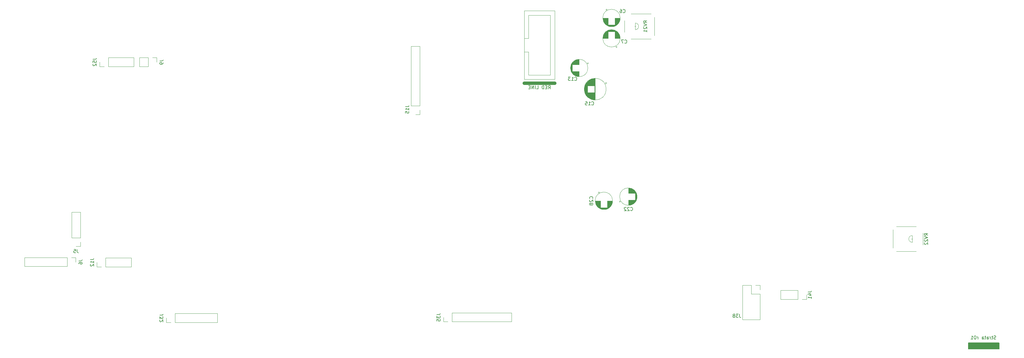
<source format=gbo>
%TF.GenerationSoftware,KiCad,Pcbnew,(6.0.6-0)*%
%TF.CreationDate,2022-10-25T16:41:22+01:00*%
%TF.ProjectId,strata,73747261-7461-42e6-9b69-6361645f7063,r01*%
%TF.SameCoordinates,Original*%
%TF.FileFunction,Legend,Bot*%
%TF.FilePolarity,Positive*%
%FSLAX46Y46*%
G04 Gerber Fmt 4.6, Leading zero omitted, Abs format (unit mm)*
G04 Created by KiCad (PCBNEW (6.0.6-0)) date 2022-10-25 16:41:22*
%MOMM*%
%LPD*%
G01*
G04 APERTURE LIST*
%ADD10C,0.150000*%
%ADD11C,0.120000*%
%ADD12C,1.000000*%
G04 APERTURE END LIST*
D10*
X326314285Y-133904761D02*
X326171428Y-133952380D01*
X325933333Y-133952380D01*
X325838095Y-133904761D01*
X325790476Y-133857142D01*
X325742857Y-133761904D01*
X325742857Y-133666666D01*
X325790476Y-133571428D01*
X325838095Y-133523809D01*
X325933333Y-133476190D01*
X326123809Y-133428571D01*
X326219047Y-133380952D01*
X326266666Y-133333333D01*
X326314285Y-133238095D01*
X326314285Y-133142857D01*
X326266666Y-133047619D01*
X326219047Y-133000000D01*
X326123809Y-132952380D01*
X325885714Y-132952380D01*
X325742857Y-133000000D01*
X325457142Y-133285714D02*
X325076190Y-133285714D01*
X325314285Y-132952380D02*
X325314285Y-133809523D01*
X325266666Y-133904761D01*
X325171428Y-133952380D01*
X325076190Y-133952380D01*
X324742857Y-133952380D02*
X324742857Y-133285714D01*
X324742857Y-133476190D02*
X324695238Y-133380952D01*
X324647619Y-133333333D01*
X324552380Y-133285714D01*
X324457142Y-133285714D01*
X323695238Y-133952380D02*
X323695238Y-133428571D01*
X323742857Y-133333333D01*
X323838095Y-133285714D01*
X324028571Y-133285714D01*
X324123809Y-133333333D01*
X323695238Y-133904761D02*
X323790476Y-133952380D01*
X324028571Y-133952380D01*
X324123809Y-133904761D01*
X324171428Y-133809523D01*
X324171428Y-133714285D01*
X324123809Y-133619047D01*
X324028571Y-133571428D01*
X323790476Y-133571428D01*
X323695238Y-133523809D01*
X323361904Y-133285714D02*
X322980952Y-133285714D01*
X323219047Y-132952380D02*
X323219047Y-133809523D01*
X323171428Y-133904761D01*
X323076190Y-133952380D01*
X322980952Y-133952380D01*
X322219047Y-133952380D02*
X322219047Y-133428571D01*
X322266666Y-133333333D01*
X322361904Y-133285714D01*
X322552380Y-133285714D01*
X322647619Y-133333333D01*
X322219047Y-133904761D02*
X322314285Y-133952380D01*
X322552380Y-133952380D01*
X322647619Y-133904761D01*
X322695238Y-133809523D01*
X322695238Y-133714285D01*
X322647619Y-133619047D01*
X322552380Y-133571428D01*
X322314285Y-133571428D01*
X322219047Y-133523809D01*
X320980952Y-133952380D02*
X320980952Y-133285714D01*
X320980952Y-133476190D02*
X320933333Y-133380952D01*
X320885714Y-133333333D01*
X320790476Y-133285714D01*
X320695238Y-133285714D01*
X320171428Y-132952380D02*
X320076190Y-132952380D01*
X319980952Y-133000000D01*
X319933333Y-133047619D01*
X319885714Y-133142857D01*
X319838095Y-133333333D01*
X319838095Y-133571428D01*
X319885714Y-133761904D01*
X319933333Y-133857142D01*
X319980952Y-133904761D01*
X320076190Y-133952380D01*
X320171428Y-133952380D01*
X320266666Y-133904761D01*
X320314285Y-133857142D01*
X320361904Y-133761904D01*
X320409523Y-133571428D01*
X320409523Y-133333333D01*
X320361904Y-133142857D01*
X320314285Y-133047619D01*
X320266666Y-133000000D01*
X320171428Y-132952380D01*
X318885714Y-133952380D02*
X319457142Y-133952380D01*
X319171428Y-133952380D02*
X319171428Y-132952380D01*
X319266666Y-133095238D01*
X319361904Y-133190476D01*
X319457142Y-133238095D01*
%TO.C,J52*%
X55582380Y-49990476D02*
X56296666Y-49990476D01*
X56439523Y-49942857D01*
X56534761Y-49847619D01*
X56582380Y-49704761D01*
X56582380Y-49609523D01*
X55582380Y-50942857D02*
X55582380Y-50466666D01*
X56058571Y-50419047D01*
X56010952Y-50466666D01*
X55963333Y-50561904D01*
X55963333Y-50800000D01*
X56010952Y-50895238D01*
X56058571Y-50942857D01*
X56153809Y-50990476D01*
X56391904Y-50990476D01*
X56487142Y-50942857D01*
X56534761Y-50895238D01*
X56582380Y-50800000D01*
X56582380Y-50561904D01*
X56534761Y-50466666D01*
X56487142Y-50419047D01*
X55677619Y-51371428D02*
X55630000Y-51419047D01*
X55582380Y-51514285D01*
X55582380Y-51752380D01*
X55630000Y-51847619D01*
X55677619Y-51895238D01*
X55772857Y-51942857D01*
X55868095Y-51942857D01*
X56010952Y-51895238D01*
X56582380Y-51323809D01*
X56582380Y-51942857D01*
%TO.C,J6*%
X51322380Y-110466666D02*
X52036666Y-110466666D01*
X52179523Y-110419047D01*
X52274761Y-110323809D01*
X52322380Y-110180952D01*
X52322380Y-110085714D01*
X51322380Y-111371428D02*
X51322380Y-111180952D01*
X51370000Y-111085714D01*
X51417619Y-111038095D01*
X51560476Y-110942857D01*
X51750952Y-110895238D01*
X52131904Y-110895238D01*
X52227142Y-110942857D01*
X52274761Y-110990476D01*
X52322380Y-111085714D01*
X52322380Y-111276190D01*
X52274761Y-111371428D01*
X52227142Y-111419047D01*
X52131904Y-111466666D01*
X51893809Y-111466666D01*
X51798571Y-111419047D01*
X51750952Y-111371428D01*
X51703333Y-111276190D01*
X51703333Y-111085714D01*
X51750952Y-110990476D01*
X51798571Y-110942857D01*
X51893809Y-110895238D01*
%TO.C,J32*%
X75582380Y-126790476D02*
X76296666Y-126790476D01*
X76439523Y-126742857D01*
X76534761Y-126647619D01*
X76582380Y-126504761D01*
X76582380Y-126409523D01*
X75582380Y-127171428D02*
X75582380Y-127790476D01*
X75963333Y-127457142D01*
X75963333Y-127600000D01*
X76010952Y-127695238D01*
X76058571Y-127742857D01*
X76153809Y-127790476D01*
X76391904Y-127790476D01*
X76487142Y-127742857D01*
X76534761Y-127695238D01*
X76582380Y-127600000D01*
X76582380Y-127314285D01*
X76534761Y-127219047D01*
X76487142Y-127171428D01*
X75677619Y-128171428D02*
X75630000Y-128219047D01*
X75582380Y-128314285D01*
X75582380Y-128552380D01*
X75630000Y-128647619D01*
X75677619Y-128695238D01*
X75772857Y-128742857D01*
X75868095Y-128742857D01*
X76010952Y-128695238D01*
X76582380Y-128123809D01*
X76582380Y-128742857D01*
%TO.C,RV22*%
X305926380Y-102814571D02*
X305450190Y-102481238D01*
X305926380Y-102243142D02*
X304926380Y-102243142D01*
X304926380Y-102624095D01*
X304974000Y-102719333D01*
X305021619Y-102766952D01*
X305116857Y-102814571D01*
X305259714Y-102814571D01*
X305354952Y-102766952D01*
X305402571Y-102719333D01*
X305450190Y-102624095D01*
X305450190Y-102243142D01*
X304926380Y-103100285D02*
X305926380Y-103433619D01*
X304926380Y-103766952D01*
X305021619Y-104052666D02*
X304974000Y-104100285D01*
X304926380Y-104195523D01*
X304926380Y-104433619D01*
X304974000Y-104528857D01*
X305021619Y-104576476D01*
X305116857Y-104624095D01*
X305212095Y-104624095D01*
X305354952Y-104576476D01*
X305926380Y-104005047D01*
X305926380Y-104624095D01*
X305021619Y-105005047D02*
X304974000Y-105052666D01*
X304926380Y-105147904D01*
X304926380Y-105386000D01*
X304974000Y-105481238D01*
X305021619Y-105528857D01*
X305116857Y-105576476D01*
X305212095Y-105576476D01*
X305354952Y-105528857D01*
X305926380Y-104957428D01*
X305926380Y-105576476D01*
%TO.C,C7*%
X215050666Y-45061142D02*
X215098285Y-45108761D01*
X215241142Y-45156380D01*
X215336380Y-45156380D01*
X215479238Y-45108761D01*
X215574476Y-45013523D01*
X215622095Y-44918285D01*
X215669714Y-44727809D01*
X215669714Y-44584952D01*
X215622095Y-44394476D01*
X215574476Y-44299238D01*
X215479238Y-44204000D01*
X215336380Y-44156380D01*
X215241142Y-44156380D01*
X215098285Y-44204000D01*
X215050666Y-44251619D01*
X214717333Y-44156380D02*
X214050666Y-44156380D01*
X214479238Y-45156380D01*
%TO.C,J35*%
X158702380Y-126590476D02*
X159416666Y-126590476D01*
X159559523Y-126542857D01*
X159654761Y-126447619D01*
X159702380Y-126304761D01*
X159702380Y-126209523D01*
X158702380Y-126971428D02*
X158702380Y-127590476D01*
X159083333Y-127257142D01*
X159083333Y-127400000D01*
X159130952Y-127495238D01*
X159178571Y-127542857D01*
X159273809Y-127590476D01*
X159511904Y-127590476D01*
X159607142Y-127542857D01*
X159654761Y-127495238D01*
X159702380Y-127400000D01*
X159702380Y-127114285D01*
X159654761Y-127019047D01*
X159607142Y-126971428D01*
X158702380Y-128495238D02*
X158702380Y-128019047D01*
X159178571Y-127971428D01*
X159130952Y-128019047D01*
X159083333Y-128114285D01*
X159083333Y-128352380D01*
X159130952Y-128447619D01*
X159178571Y-128495238D01*
X159273809Y-128542857D01*
X159511904Y-128542857D01*
X159607142Y-128495238D01*
X159654761Y-128447619D01*
X159702380Y-128352380D01*
X159702380Y-128114285D01*
X159654761Y-128019047D01*
X159607142Y-127971428D01*
%TO.C,C15*%
X205112857Y-63603142D02*
X205160476Y-63650761D01*
X205303333Y-63698380D01*
X205398571Y-63698380D01*
X205541428Y-63650761D01*
X205636666Y-63555523D01*
X205684285Y-63460285D01*
X205731904Y-63269809D01*
X205731904Y-63126952D01*
X205684285Y-62936476D01*
X205636666Y-62841238D01*
X205541428Y-62746000D01*
X205398571Y-62698380D01*
X205303333Y-62698380D01*
X205160476Y-62746000D01*
X205112857Y-62793619D01*
X204160476Y-63698380D02*
X204731904Y-63698380D01*
X204446190Y-63698380D02*
X204446190Y-62698380D01*
X204541428Y-62841238D01*
X204636666Y-62936476D01*
X204731904Y-62984095D01*
X203255714Y-62698380D02*
X203731904Y-62698380D01*
X203779523Y-63174571D01*
X203731904Y-63126952D01*
X203636666Y-63079333D01*
X203398571Y-63079333D01*
X203303333Y-63126952D01*
X203255714Y-63174571D01*
X203208095Y-63269809D01*
X203208095Y-63507904D01*
X203255714Y-63603142D01*
X203303333Y-63650761D01*
X203398571Y-63698380D01*
X203636666Y-63698380D01*
X203731904Y-63650761D01*
X203779523Y-63603142D01*
%TO.C,J12*%
X54782380Y-110090476D02*
X55496666Y-110090476D01*
X55639523Y-110042857D01*
X55734761Y-109947619D01*
X55782380Y-109804761D01*
X55782380Y-109709523D01*
X55782380Y-111090476D02*
X55782380Y-110519047D01*
X55782380Y-110804761D02*
X54782380Y-110804761D01*
X54925238Y-110709523D01*
X55020476Y-110614285D01*
X55068095Y-110519047D01*
X54877619Y-111471428D02*
X54830000Y-111519047D01*
X54782380Y-111614285D01*
X54782380Y-111852380D01*
X54830000Y-111947619D01*
X54877619Y-111995238D01*
X54972857Y-112042857D01*
X55068095Y-112042857D01*
X55210952Y-111995238D01*
X55782380Y-111423809D01*
X55782380Y-112042857D01*
%TO.C,J37*%
X192126857Y-58872380D02*
X192460190Y-58396190D01*
X192698285Y-58872380D02*
X192698285Y-57872380D01*
X192317333Y-57872380D01*
X192222095Y-57920000D01*
X192174476Y-57967619D01*
X192126857Y-58062857D01*
X192126857Y-58205714D01*
X192174476Y-58300952D01*
X192222095Y-58348571D01*
X192317333Y-58396190D01*
X192698285Y-58396190D01*
X191698285Y-58348571D02*
X191364952Y-58348571D01*
X191222095Y-58872380D02*
X191698285Y-58872380D01*
X191698285Y-57872380D01*
X191222095Y-57872380D01*
X190793523Y-58872380D02*
X190793523Y-57872380D01*
X190555428Y-57872380D01*
X190412571Y-57920000D01*
X190317333Y-58015238D01*
X190269714Y-58110476D01*
X190222095Y-58300952D01*
X190222095Y-58443809D01*
X190269714Y-58634285D01*
X190317333Y-58729523D01*
X190412571Y-58824761D01*
X190555428Y-58872380D01*
X190793523Y-58872380D01*
X188555428Y-58872380D02*
X189031619Y-58872380D01*
X189031619Y-57872380D01*
X188222095Y-58872380D02*
X188222095Y-57872380D01*
X187745904Y-58872380D02*
X187745904Y-57872380D01*
X187174476Y-58872380D01*
X187174476Y-57872380D01*
X186698285Y-58348571D02*
X186364952Y-58348571D01*
X186222095Y-58872380D02*
X186698285Y-58872380D01*
X186698285Y-57872380D01*
X186222095Y-57872380D01*
%TO.C,RV21*%
X221706380Y-39020571D02*
X221230190Y-38687238D01*
X221706380Y-38449142D02*
X220706380Y-38449142D01*
X220706380Y-38830095D01*
X220754000Y-38925333D01*
X220801619Y-38972952D01*
X220896857Y-39020571D01*
X221039714Y-39020571D01*
X221134952Y-38972952D01*
X221182571Y-38925333D01*
X221230190Y-38830095D01*
X221230190Y-38449142D01*
X220706380Y-39306285D02*
X221706380Y-39639619D01*
X220706380Y-39972952D01*
X220801619Y-40258666D02*
X220754000Y-40306285D01*
X220706380Y-40401523D01*
X220706380Y-40639619D01*
X220754000Y-40734857D01*
X220801619Y-40782476D01*
X220896857Y-40830095D01*
X220992095Y-40830095D01*
X221134952Y-40782476D01*
X221706380Y-40211047D01*
X221706380Y-40830095D01*
X221706380Y-41782476D02*
X221706380Y-41211047D01*
X221706380Y-41496761D02*
X220706380Y-41496761D01*
X220849238Y-41401523D01*
X220944476Y-41306285D01*
X220992095Y-41211047D01*
%TO.C,J5*%
X50833333Y-107022380D02*
X50833333Y-107736666D01*
X50880952Y-107879523D01*
X50976190Y-107974761D01*
X51119047Y-108022380D01*
X51214285Y-108022380D01*
X49880952Y-107022380D02*
X50357142Y-107022380D01*
X50404761Y-107498571D01*
X50357142Y-107450952D01*
X50261904Y-107403333D01*
X50023809Y-107403333D01*
X49928571Y-107450952D01*
X49880952Y-107498571D01*
X49833333Y-107593809D01*
X49833333Y-107831904D01*
X49880952Y-107927142D01*
X49928571Y-107974761D01*
X50023809Y-108022380D01*
X50261904Y-108022380D01*
X50357142Y-107974761D01*
X50404761Y-107927142D01*
%TO.C,J41*%
X270006380Y-119840476D02*
X270720666Y-119840476D01*
X270863523Y-119792857D01*
X270958761Y-119697619D01*
X271006380Y-119554761D01*
X271006380Y-119459523D01*
X270339714Y-120745238D02*
X271006380Y-120745238D01*
X269958761Y-120507142D02*
X270673047Y-120269047D01*
X270673047Y-120888095D01*
X271006380Y-121792857D02*
X271006380Y-121221428D01*
X271006380Y-121507142D02*
X270006380Y-121507142D01*
X270149238Y-121411904D01*
X270244476Y-121316666D01*
X270292095Y-121221428D01*
%TO.C,C22*%
X216780857Y-95293142D02*
X216828476Y-95340761D01*
X216971333Y-95388380D01*
X217066571Y-95388380D01*
X217209428Y-95340761D01*
X217304666Y-95245523D01*
X217352285Y-95150285D01*
X217399904Y-94959809D01*
X217399904Y-94816952D01*
X217352285Y-94626476D01*
X217304666Y-94531238D01*
X217209428Y-94436000D01*
X217066571Y-94388380D01*
X216971333Y-94388380D01*
X216828476Y-94436000D01*
X216780857Y-94483619D01*
X216399904Y-94483619D02*
X216352285Y-94436000D01*
X216257047Y-94388380D01*
X216018952Y-94388380D01*
X215923714Y-94436000D01*
X215876095Y-94483619D01*
X215828476Y-94578857D01*
X215828476Y-94674095D01*
X215876095Y-94816952D01*
X216447523Y-95388380D01*
X215828476Y-95388380D01*
X215447523Y-94483619D02*
X215399904Y-94436000D01*
X215304666Y-94388380D01*
X215066571Y-94388380D01*
X214971333Y-94436000D01*
X214923714Y-94483619D01*
X214876095Y-94578857D01*
X214876095Y-94674095D01*
X214923714Y-94816952D01*
X215495142Y-95388380D01*
X214876095Y-95388380D01*
%TO.C,J38*%
X249475523Y-126452380D02*
X249475523Y-127166666D01*
X249523142Y-127309523D01*
X249618380Y-127404761D01*
X249761238Y-127452380D01*
X249856476Y-127452380D01*
X249094571Y-126452380D02*
X248475523Y-126452380D01*
X248808857Y-126833333D01*
X248666000Y-126833333D01*
X248570761Y-126880952D01*
X248523142Y-126928571D01*
X248475523Y-127023809D01*
X248475523Y-127261904D01*
X248523142Y-127357142D01*
X248570761Y-127404761D01*
X248666000Y-127452380D01*
X248951714Y-127452380D01*
X249046952Y-127404761D01*
X249094571Y-127357142D01*
X247904095Y-126880952D02*
X247999333Y-126833333D01*
X248046952Y-126785714D01*
X248094571Y-126690476D01*
X248094571Y-126642857D01*
X248046952Y-126547619D01*
X247999333Y-126500000D01*
X247904095Y-126452380D01*
X247713619Y-126452380D01*
X247618380Y-126500000D01*
X247570761Y-126547619D01*
X247523142Y-126642857D01*
X247523142Y-126690476D01*
X247570761Y-126785714D01*
X247618380Y-126833333D01*
X247713619Y-126880952D01*
X247904095Y-126880952D01*
X247999333Y-126928571D01*
X248046952Y-126976190D01*
X248094571Y-127071428D01*
X248094571Y-127261904D01*
X248046952Y-127357142D01*
X247999333Y-127404761D01*
X247904095Y-127452380D01*
X247713619Y-127452380D01*
X247618380Y-127404761D01*
X247570761Y-127357142D01*
X247523142Y-127261904D01*
X247523142Y-127071428D01*
X247570761Y-126976190D01*
X247618380Y-126928571D01*
X247713619Y-126880952D01*
%TO.C,C28*%
X205395142Y-91797142D02*
X205442761Y-91749523D01*
X205490380Y-91606666D01*
X205490380Y-91511428D01*
X205442761Y-91368571D01*
X205347523Y-91273333D01*
X205252285Y-91225714D01*
X205061809Y-91178095D01*
X204918952Y-91178095D01*
X204728476Y-91225714D01*
X204633238Y-91273333D01*
X204538000Y-91368571D01*
X204490380Y-91511428D01*
X204490380Y-91606666D01*
X204538000Y-91749523D01*
X204585619Y-91797142D01*
X204585619Y-92178095D02*
X204538000Y-92225714D01*
X204490380Y-92320952D01*
X204490380Y-92559047D01*
X204538000Y-92654285D01*
X204585619Y-92701904D01*
X204680857Y-92749523D01*
X204776095Y-92749523D01*
X204918952Y-92701904D01*
X205490380Y-92130476D01*
X205490380Y-92749523D01*
X204918952Y-93320952D02*
X204871333Y-93225714D01*
X204823714Y-93178095D01*
X204728476Y-93130476D01*
X204680857Y-93130476D01*
X204585619Y-93178095D01*
X204538000Y-93225714D01*
X204490380Y-93320952D01*
X204490380Y-93511428D01*
X204538000Y-93606666D01*
X204585619Y-93654285D01*
X204680857Y-93701904D01*
X204728476Y-93701904D01*
X204823714Y-93654285D01*
X204871333Y-93606666D01*
X204918952Y-93511428D01*
X204918952Y-93320952D01*
X204966571Y-93225714D01*
X205014190Y-93178095D01*
X205109428Y-93130476D01*
X205299904Y-93130476D01*
X205395142Y-93178095D01*
X205442761Y-93225714D01*
X205490380Y-93320952D01*
X205490380Y-93511428D01*
X205442761Y-93606666D01*
X205395142Y-93654285D01*
X205299904Y-93701904D01*
X205109428Y-93701904D01*
X205014190Y-93654285D01*
X204966571Y-93606666D01*
X204918952Y-93511428D01*
%TO.C,C13*%
X200032857Y-56237142D02*
X200080476Y-56284761D01*
X200223333Y-56332380D01*
X200318571Y-56332380D01*
X200461428Y-56284761D01*
X200556666Y-56189523D01*
X200604285Y-56094285D01*
X200651904Y-55903809D01*
X200651904Y-55760952D01*
X200604285Y-55570476D01*
X200556666Y-55475238D01*
X200461428Y-55380000D01*
X200318571Y-55332380D01*
X200223333Y-55332380D01*
X200080476Y-55380000D01*
X200032857Y-55427619D01*
X199080476Y-56332380D02*
X199651904Y-56332380D01*
X199366190Y-56332380D02*
X199366190Y-55332380D01*
X199461428Y-55475238D01*
X199556666Y-55570476D01*
X199651904Y-55618095D01*
X198747142Y-55332380D02*
X198128095Y-55332380D01*
X198461428Y-55713333D01*
X198318571Y-55713333D01*
X198223333Y-55760952D01*
X198175714Y-55808571D01*
X198128095Y-55903809D01*
X198128095Y-56141904D01*
X198175714Y-56237142D01*
X198223333Y-56284761D01*
X198318571Y-56332380D01*
X198604285Y-56332380D01*
X198699523Y-56284761D01*
X198747142Y-56237142D01*
%TO.C,J15*%
X149312380Y-64214476D02*
X150026666Y-64214476D01*
X150169523Y-64166857D01*
X150264761Y-64071619D01*
X150312380Y-63928761D01*
X150312380Y-63833523D01*
X150312380Y-65214476D02*
X150312380Y-64643047D01*
X150312380Y-64928761D02*
X149312380Y-64928761D01*
X149455238Y-64833523D01*
X149550476Y-64738285D01*
X149598095Y-64643047D01*
X149312380Y-66119238D02*
X149312380Y-65643047D01*
X149788571Y-65595428D01*
X149740952Y-65643047D01*
X149693333Y-65738285D01*
X149693333Y-65976380D01*
X149740952Y-66071619D01*
X149788571Y-66119238D01*
X149883809Y-66166857D01*
X150121904Y-66166857D01*
X150217142Y-66119238D01*
X150264761Y-66071619D01*
X150312380Y-65976380D01*
X150312380Y-65738285D01*
X150264761Y-65643047D01*
X150217142Y-65595428D01*
%TO.C,C6*%
X214542666Y-35917142D02*
X214590285Y-35964761D01*
X214733142Y-36012380D01*
X214828380Y-36012380D01*
X214971238Y-35964761D01*
X215066476Y-35869523D01*
X215114095Y-35774285D01*
X215161714Y-35583809D01*
X215161714Y-35440952D01*
X215114095Y-35250476D01*
X215066476Y-35155238D01*
X214971238Y-35060000D01*
X214828380Y-35012380D01*
X214733142Y-35012380D01*
X214590285Y-35060000D01*
X214542666Y-35107619D01*
X213685523Y-35012380D02*
X213876000Y-35012380D01*
X213971238Y-35060000D01*
X214018857Y-35107619D01*
X214114095Y-35250476D01*
X214161714Y-35440952D01*
X214161714Y-35821904D01*
X214114095Y-35917142D01*
X214066476Y-35964761D01*
X213971238Y-36012380D01*
X213780761Y-36012380D01*
X213685523Y-35964761D01*
X213637904Y-35917142D01*
X213590285Y-35821904D01*
X213590285Y-35583809D01*
X213637904Y-35488571D01*
X213685523Y-35440952D01*
X213780761Y-35393333D01*
X213971238Y-35393333D01*
X214066476Y-35440952D01*
X214114095Y-35488571D01*
X214161714Y-35583809D01*
%TO.C,J9*%
X75622380Y-50466666D02*
X76336666Y-50466666D01*
X76479523Y-50419047D01*
X76574761Y-50323809D01*
X76622380Y-50180952D01*
X76622380Y-50085714D01*
X76622380Y-50990476D02*
X76622380Y-51180952D01*
X76574761Y-51276190D01*
X76527142Y-51323809D01*
X76384285Y-51419047D01*
X76193809Y-51466666D01*
X75812857Y-51466666D01*
X75717619Y-51419047D01*
X75670000Y-51371428D01*
X75622380Y-51276190D01*
X75622380Y-51085714D01*
X75670000Y-50990476D01*
X75717619Y-50942857D01*
X75812857Y-50895238D01*
X76050952Y-50895238D01*
X76146190Y-50942857D01*
X76193809Y-50990476D01*
X76241428Y-51085714D01*
X76241428Y-51276190D01*
X76193809Y-51371428D01*
X76146190Y-51419047D01*
X76050952Y-51466666D01*
D11*
%TO.C,J52*%
X67850000Y-49470000D02*
X67850000Y-52130000D01*
X60170000Y-49470000D02*
X67850000Y-49470000D01*
X57570000Y-50800000D02*
X57570000Y-52130000D01*
X60170000Y-49470000D02*
X60170000Y-52130000D01*
X60170000Y-52130000D02*
X67850000Y-52130000D01*
X57570000Y-52130000D02*
X58900000Y-52130000D01*
%TO.C,J6*%
X47830000Y-112130000D02*
X35070000Y-112130000D01*
X50430000Y-110800000D02*
X50430000Y-109470000D01*
X47830000Y-109470000D02*
X35070000Y-109470000D01*
X47830000Y-112130000D02*
X47830000Y-109470000D01*
X50430000Y-109470000D02*
X49100000Y-109470000D01*
X35070000Y-112130000D02*
X35070000Y-109470000D01*
%TO.C,J32*%
X80170000Y-126270000D02*
X80170000Y-128930000D01*
X92930000Y-126270000D02*
X92930000Y-128930000D01*
X80170000Y-128930000D02*
X92930000Y-128930000D01*
X77570000Y-128930000D02*
X78900000Y-128930000D01*
X77570000Y-127600000D02*
X77570000Y-128930000D01*
X80170000Y-126270000D02*
X92930000Y-126270000D01*
%TO.C,RV22*%
X304474000Y-105636000D02*
X304474000Y-102136000D01*
X301224000Y-102886000D02*
X301224000Y-104886000D01*
X295474000Y-106636000D02*
X295474000Y-101136000D01*
X302474000Y-107636000D02*
X296474000Y-107636000D01*
X296474000Y-100136000D02*
X302474000Y-100136000D01*
X301024000Y-103886000D02*
X301374000Y-103886000D01*
X301224000Y-102886000D02*
G75*
G03*
X301224000Y-104886000I0J-1000000D01*
G01*
%TO.C,C7*%
X210034000Y-43152000D02*
X208546000Y-43152000D01*
X212938000Y-41871000D02*
X212114000Y-41871000D01*
X213542000Y-42911000D02*
X212114000Y-42911000D01*
X210034000Y-43632000D02*
X208494000Y-43632000D01*
X212727000Y-41671000D02*
X212114000Y-41671000D01*
X210034000Y-42071000D02*
X209039000Y-42071000D01*
X210034000Y-42711000D02*
X208676000Y-42711000D01*
X213617000Y-43232000D02*
X212114000Y-43232000D01*
X210034000Y-42631000D02*
X208709000Y-42631000D01*
X213078000Y-42031000D02*
X212114000Y-42031000D01*
X213109000Y-42071000D02*
X212114000Y-42071000D01*
X212574000Y-41551000D02*
X209574000Y-41551000D01*
X211989000Y-41231000D02*
X210159000Y-41231000D01*
X210034000Y-42831000D02*
X208632000Y-42831000D01*
X213565000Y-42992000D02*
X212114000Y-42992000D01*
X212817000Y-41751000D02*
X212114000Y-41751000D01*
X212517000Y-41511000D02*
X209631000Y-41511000D01*
X213643000Y-43432000D02*
X212114000Y-43432000D01*
X210034000Y-42271000D02*
X208899000Y-42271000D01*
X210034000Y-42351000D02*
X208850000Y-42351000D01*
X213011000Y-41951000D02*
X212114000Y-41951000D01*
X213602000Y-43152000D02*
X212114000Y-43152000D01*
X210034000Y-41951000D02*
X209137000Y-41951000D01*
X210034000Y-41991000D02*
X209103000Y-41991000D01*
X213639000Y-43392000D02*
X212114000Y-43392000D01*
X213045000Y-41991000D02*
X212114000Y-41991000D01*
X210034000Y-42791000D02*
X208646000Y-42791000D01*
X212457000Y-41471000D02*
X209691000Y-41471000D01*
X212900000Y-41831000D02*
X212114000Y-41831000D01*
X213298000Y-42351000D02*
X212114000Y-42351000D01*
X210034000Y-42591000D02*
X208726000Y-42591000D01*
X210034000Y-42431000D02*
X208806000Y-42431000D01*
X213516000Y-42831000D02*
X212114000Y-42831000D01*
X213630000Y-43312000D02*
X212114000Y-43312000D01*
X210034000Y-42031000D02*
X209070000Y-42031000D01*
X212859000Y-41791000D02*
X212114000Y-41791000D01*
X212393000Y-41431000D02*
X209755000Y-41431000D01*
X210034000Y-42311000D02*
X208874000Y-42311000D01*
X211879000Y-41191000D02*
X210269000Y-41191000D01*
X213575000Y-43032000D02*
X212114000Y-43032000D01*
X213647000Y-43472000D02*
X212114000Y-43472000D01*
X210034000Y-41671000D02*
X209421000Y-41671000D01*
X213650000Y-43512000D02*
X212114000Y-43512000D01*
X210034000Y-42951000D02*
X208594000Y-42951000D01*
X212172000Y-41311000D02*
X209976000Y-41311000D01*
X213456000Y-42671000D02*
X212114000Y-42671000D01*
X212799000Y-46226775D02*
X212299000Y-46226775D01*
X213502000Y-42791000D02*
X212114000Y-42791000D01*
X210034000Y-43312000D02*
X208518000Y-43312000D01*
X213594000Y-43112000D02*
X212114000Y-43112000D01*
X210034000Y-41711000D02*
X209375000Y-41711000D01*
X210034000Y-43512000D02*
X208498000Y-43512000D01*
X210034000Y-41871000D02*
X209210000Y-41871000D01*
X213488000Y-42751000D02*
X212114000Y-42751000D01*
X213364000Y-42471000D02*
X212114000Y-42471000D01*
X210034000Y-41791000D02*
X209289000Y-41791000D01*
X210034000Y-43192000D02*
X208538000Y-43192000D01*
X210034000Y-42191000D02*
X208952000Y-42191000D01*
X210034000Y-42151000D02*
X208979000Y-42151000D01*
X210034000Y-42231000D02*
X208925000Y-42231000D01*
X213635000Y-43352000D02*
X212114000Y-43352000D01*
X210034000Y-43552000D02*
X208496000Y-43552000D01*
X211358000Y-41071000D02*
X210790000Y-41071000D01*
X213274000Y-42311000D02*
X212114000Y-42311000D01*
X210034000Y-42391000D02*
X208827000Y-42391000D01*
X212975000Y-41911000D02*
X212114000Y-41911000D01*
X213196000Y-42191000D02*
X212114000Y-42191000D01*
X210034000Y-43592000D02*
X208495000Y-43592000D01*
X213321000Y-42391000D02*
X212114000Y-42391000D01*
X212628000Y-41591000D02*
X209520000Y-41591000D01*
X211751000Y-41151000D02*
X210397000Y-41151000D01*
X213585000Y-43072000D02*
X212114000Y-43072000D01*
X210034000Y-43472000D02*
X208501000Y-43472000D01*
X212549000Y-46476775D02*
X212549000Y-45976775D01*
X213610000Y-43192000D02*
X212114000Y-43192000D01*
X210034000Y-41751000D02*
X209331000Y-41751000D01*
X213554000Y-42951000D02*
X212114000Y-42951000D01*
X210034000Y-43112000D02*
X208554000Y-43112000D01*
X210034000Y-42992000D02*
X208583000Y-42992000D01*
X213654000Y-43672000D02*
X212114000Y-43672000D01*
X210034000Y-43072000D02*
X208563000Y-43072000D01*
X210034000Y-43392000D02*
X208509000Y-43392000D01*
X210034000Y-43272000D02*
X208524000Y-43272000D01*
X213422000Y-42591000D02*
X212114000Y-42591000D01*
X210034000Y-43352000D02*
X208513000Y-43352000D01*
X213624000Y-43272000D02*
X212114000Y-43272000D01*
X210034000Y-42471000D02*
X208784000Y-42471000D01*
X212773000Y-41711000D02*
X212114000Y-41711000D01*
X210034000Y-42871000D02*
X208619000Y-42871000D01*
X212085000Y-41271000D02*
X210063000Y-41271000D01*
X210034000Y-42911000D02*
X208606000Y-42911000D01*
X210034000Y-43032000D02*
X208573000Y-43032000D01*
X213653000Y-43592000D02*
X212114000Y-43592000D01*
X212252000Y-41351000D02*
X209896000Y-41351000D01*
X210034000Y-42551000D02*
X208745000Y-42551000D01*
X213472000Y-42711000D02*
X212114000Y-42711000D01*
X213139000Y-42111000D02*
X212114000Y-42111000D01*
X210034000Y-41911000D02*
X209173000Y-41911000D01*
X210034000Y-43432000D02*
X208505000Y-43432000D01*
X213169000Y-42151000D02*
X212114000Y-42151000D01*
X210034000Y-43232000D02*
X208531000Y-43232000D01*
X213403000Y-42551000D02*
X212114000Y-42551000D01*
X213223000Y-42231000D02*
X212114000Y-42231000D01*
X212679000Y-41631000D02*
X209469000Y-41631000D01*
X213654000Y-43632000D02*
X212114000Y-43632000D01*
X212325000Y-41391000D02*
X209823000Y-41391000D01*
X213342000Y-42431000D02*
X212114000Y-42431000D01*
X210034000Y-41831000D02*
X209248000Y-41831000D01*
X210034000Y-42511000D02*
X208764000Y-42511000D01*
X213529000Y-42871000D02*
X212114000Y-42871000D01*
X213652000Y-43552000D02*
X212114000Y-43552000D01*
X213439000Y-42631000D02*
X212114000Y-42631000D01*
X210034000Y-43672000D02*
X208494000Y-43672000D01*
X213249000Y-42271000D02*
X212114000Y-42271000D01*
X210034000Y-42111000D02*
X209009000Y-42111000D01*
X213384000Y-42511000D02*
X212114000Y-42511000D01*
X211592000Y-41111000D02*
X210556000Y-41111000D01*
X210034000Y-42751000D02*
X208660000Y-42751000D01*
X210034000Y-42671000D02*
X208692000Y-42671000D01*
X213694000Y-43672000D02*
G75*
G03*
X213694000Y-43672000I-2620000J0D01*
G01*
%TO.C,J35*%
X160690000Y-127400000D02*
X160690000Y-128730000D01*
X163290000Y-128730000D02*
X181130000Y-128730000D01*
X163290000Y-126070000D02*
X181130000Y-126070000D01*
X160690000Y-128730000D02*
X162020000Y-128730000D01*
X163290000Y-126070000D02*
X163290000Y-128730000D01*
X181130000Y-126070000D02*
X181130000Y-128730000D01*
%TO.C,C15*%
X205379380Y-59968000D02*
X205379380Y-62059000D01*
X205059380Y-59968000D02*
X205059380Y-61961000D01*
X204539380Y-56138000D02*
X204539380Y-57888000D01*
X204219380Y-56350000D02*
X204219380Y-57888000D01*
X205419380Y-59968000D02*
X205419380Y-62069000D01*
X205580380Y-59968000D02*
X205580380Y-62103000D01*
X204979380Y-55926000D02*
X204979380Y-57888000D01*
X204499380Y-59968000D02*
X204499380Y-61694000D01*
X203299380Y-57419000D02*
X203299380Y-60437000D01*
X204139380Y-59968000D02*
X204139380Y-61444000D01*
X203619380Y-56933000D02*
X203619380Y-60923000D01*
X206100380Y-55698000D02*
X206100380Y-62158000D01*
X205259380Y-55830000D02*
X205259380Y-57888000D01*
X205099380Y-59968000D02*
X205099380Y-61975000D01*
X204099380Y-59968000D02*
X204099380Y-61412000D01*
X204179380Y-59968000D02*
X204179380Y-61476000D01*
X205379380Y-55797000D02*
X205379380Y-57888000D01*
X204339380Y-56264000D02*
X204339380Y-57888000D01*
X205620380Y-59968000D02*
X205620380Y-62110000D01*
X203939380Y-56585000D02*
X203939380Y-57888000D01*
X203899380Y-59968000D02*
X203899380Y-61233000D01*
X205740380Y-55727000D02*
X205740380Y-57888000D01*
X204259380Y-59968000D02*
X204259380Y-61535000D01*
X203899380Y-56623000D02*
X203899380Y-57888000D01*
X205299380Y-59968000D02*
X205299380Y-62038000D01*
X205219380Y-59968000D02*
X205219380Y-62014000D01*
X205339380Y-55807000D02*
X205339380Y-57888000D01*
X205820380Y-55717000D02*
X205820380Y-57888000D01*
X209680621Y-57089000D02*
X209050621Y-57089000D01*
X205259380Y-59968000D02*
X205259380Y-62026000D01*
X205299380Y-55818000D02*
X205299380Y-57888000D01*
X204019380Y-56512000D02*
X204019380Y-57888000D01*
X204859380Y-59968000D02*
X204859380Y-61880000D01*
X204779380Y-56012000D02*
X204779380Y-57888000D01*
X203139380Y-57763000D02*
X203139380Y-60093000D01*
X204779380Y-59968000D02*
X204779380Y-61844000D01*
X205660380Y-59968000D02*
X205660380Y-62117000D01*
X204699380Y-59968000D02*
X204699380Y-61804000D01*
X203179380Y-57666000D02*
X203179380Y-60190000D01*
X205820380Y-59968000D02*
X205820380Y-62139000D01*
X203259380Y-57496000D02*
X203259380Y-60360000D01*
X204139380Y-56412000D02*
X204139380Y-57888000D01*
X205459380Y-59968000D02*
X205459380Y-62078000D01*
X205540380Y-59968000D02*
X205540380Y-62095000D01*
X205019380Y-59968000D02*
X205019380Y-61946000D01*
X205940380Y-59968000D02*
X205940380Y-62150000D01*
X204659380Y-59968000D02*
X204659380Y-61784000D01*
X204579380Y-59968000D02*
X204579380Y-61740000D01*
X204339380Y-59968000D02*
X204339380Y-61592000D01*
X204939380Y-59968000D02*
X204939380Y-61914000D01*
X205500380Y-59968000D02*
X205500380Y-62087000D01*
X204059380Y-56478000D02*
X204059380Y-57888000D01*
X204499380Y-56162000D02*
X204499380Y-57888000D01*
X202979380Y-58295000D02*
X202979380Y-59561000D01*
X203379380Y-57278000D02*
X203379380Y-60578000D01*
X202939380Y-58526000D02*
X202939380Y-59330000D01*
X204299380Y-59968000D02*
X204299380Y-61564000D01*
X203219380Y-57578000D02*
X203219380Y-60278000D01*
X205860380Y-59968000D02*
X205860380Y-62143000D01*
X205620380Y-55746000D02*
X205620380Y-57888000D01*
X205740380Y-59968000D02*
X205740380Y-62129000D01*
X203779380Y-56746000D02*
X203779380Y-61110000D01*
X205900380Y-55710000D02*
X205900380Y-57888000D01*
X203939380Y-59968000D02*
X203939380Y-61271000D01*
X205139380Y-59968000D02*
X205139380Y-61989000D01*
X205339380Y-59968000D02*
X205339380Y-62049000D01*
X204619380Y-56094000D02*
X204619380Y-57888000D01*
X204579380Y-56116000D02*
X204579380Y-57888000D01*
X203979380Y-59968000D02*
X203979380Y-61308000D01*
X205139380Y-55867000D02*
X205139380Y-57888000D01*
X205580380Y-55753000D02*
X205580380Y-57888000D01*
X204899380Y-55958000D02*
X204899380Y-57888000D01*
X204539380Y-59968000D02*
X204539380Y-61718000D01*
X205059380Y-55895000D02*
X205059380Y-57888000D01*
X203539380Y-57038000D02*
X203539380Y-60818000D01*
X205700380Y-55733000D02*
X205700380Y-57888000D01*
X204379380Y-56238000D02*
X204379380Y-57888000D01*
X204699380Y-56052000D02*
X204699380Y-57888000D01*
X204619380Y-59968000D02*
X204619380Y-61762000D01*
X205179380Y-55854000D02*
X205179380Y-57888000D01*
X209365621Y-56774000D02*
X209365621Y-57404000D01*
X203859380Y-56663000D02*
X203859380Y-61193000D01*
X204459380Y-56186000D02*
X204459380Y-57888000D01*
X205099380Y-55881000D02*
X205099380Y-57888000D01*
X205179380Y-59968000D02*
X205179380Y-62002000D01*
X205780380Y-59968000D02*
X205780380Y-62134000D01*
X203699380Y-56836000D02*
X203699380Y-61020000D01*
X206140380Y-55698000D02*
X206140380Y-62158000D01*
X204819380Y-59968000D02*
X204819380Y-61862000D01*
X204259380Y-56321000D02*
X204259380Y-57888000D01*
X206180380Y-55698000D02*
X206180380Y-62158000D01*
X205980380Y-55704000D02*
X205980380Y-62152000D01*
X204459380Y-59968000D02*
X204459380Y-61670000D01*
X204659380Y-56072000D02*
X204659380Y-57888000D01*
X203419380Y-57214000D02*
X203419380Y-60642000D01*
X205419380Y-55787000D02*
X205419380Y-57888000D01*
X203979380Y-56548000D02*
X203979380Y-57888000D01*
X204019380Y-59968000D02*
X204019380Y-61344000D01*
X203499380Y-57094000D02*
X203499380Y-60762000D01*
X205660380Y-55739000D02*
X205660380Y-57888000D01*
X205940380Y-55706000D02*
X205940380Y-57888000D01*
X204939380Y-55942000D02*
X204939380Y-57888000D01*
X204419380Y-59968000D02*
X204419380Y-61644000D01*
X203339380Y-57347000D02*
X203339380Y-60509000D01*
X205219380Y-55842000D02*
X205219380Y-57888000D01*
X203659380Y-56884000D02*
X203659380Y-60972000D01*
X203019380Y-58126000D02*
X203019380Y-59730000D01*
X206060380Y-55700000D02*
X206060380Y-62156000D01*
X204099380Y-56444000D02*
X204099380Y-57888000D01*
X205900380Y-59968000D02*
X205900380Y-62146000D01*
X204179380Y-56380000D02*
X204179380Y-57888000D01*
X203739380Y-56791000D02*
X203739380Y-61065000D01*
X204859380Y-55976000D02*
X204859380Y-57888000D01*
X205700380Y-59968000D02*
X205700380Y-62123000D01*
X203579380Y-56984000D02*
X203579380Y-60872000D01*
X204379380Y-59968000D02*
X204379380Y-61618000D01*
X204419380Y-56212000D02*
X204419380Y-57888000D01*
X204899380Y-59968000D02*
X204899380Y-61898000D01*
X203099380Y-57869000D02*
X203099380Y-59987000D01*
X204739380Y-59968000D02*
X204739380Y-61824000D01*
X203819380Y-56704000D02*
X203819380Y-61152000D01*
X205459380Y-55778000D02*
X205459380Y-57888000D01*
X204059380Y-59968000D02*
X204059380Y-61378000D01*
X206020380Y-55701000D02*
X206020380Y-62155000D01*
X205500380Y-55769000D02*
X205500380Y-57888000D01*
X205019380Y-55910000D02*
X205019380Y-57888000D01*
X204979380Y-59968000D02*
X204979380Y-61930000D01*
X204219380Y-59968000D02*
X204219380Y-61506000D01*
X203059380Y-57988000D02*
X203059380Y-59868000D01*
X205860380Y-55713000D02*
X205860380Y-57888000D01*
X204819380Y-55994000D02*
X204819380Y-57888000D01*
X204299380Y-56292000D02*
X204299380Y-57888000D01*
X205780380Y-55722000D02*
X205780380Y-57888000D01*
X205540380Y-55761000D02*
X205540380Y-57888000D01*
X203459380Y-57152000D02*
X203459380Y-60704000D01*
X204739380Y-56032000D02*
X204739380Y-57888000D01*
X209450380Y-58928000D02*
G75*
G03*
X209450380Y-58928000I-3270000J0D01*
G01*
%TO.C,J12*%
X59370000Y-109570000D02*
X67050000Y-109570000D01*
X56770000Y-112230000D02*
X58100000Y-112230000D01*
X56770000Y-110900000D02*
X56770000Y-112230000D01*
X67050000Y-109570000D02*
X67050000Y-112230000D01*
X59370000Y-109570000D02*
X59370000Y-112230000D01*
X59370000Y-112230000D02*
X67050000Y-112230000D01*
%TO.C,J37*%
X194044000Y-56010000D02*
X194044000Y-35430000D01*
X184924000Y-56010000D02*
X194044000Y-56010000D01*
X186234000Y-43670000D02*
X186234000Y-43670000D01*
X186234000Y-54710000D02*
X192734000Y-54710000D01*
X184924000Y-35430000D02*
X184924000Y-56010000D01*
X186234000Y-47770000D02*
X186234000Y-54710000D01*
X186234000Y-36730000D02*
X186234000Y-43670000D01*
X192734000Y-36730000D02*
X186234000Y-36730000D01*
D12*
X184912000Y-57150000D02*
X194056000Y-57150000D01*
D11*
X184924000Y-47770000D02*
X186234000Y-47770000D01*
X194044000Y-35430000D02*
X184924000Y-35430000D01*
X186234000Y-43670000D02*
X184924000Y-43670000D01*
X192734000Y-54710000D02*
X192734000Y-36730000D01*
%TO.C,RV21*%
X223956000Y-37342000D02*
X223956000Y-42842000D01*
X218206000Y-41092000D02*
X218206000Y-39092000D01*
X222956000Y-43842000D02*
X216956000Y-43842000D01*
X218406000Y-40092000D02*
X218056000Y-40092000D01*
X214956000Y-38342000D02*
X214956000Y-41842000D01*
X216956000Y-36342000D02*
X222956000Y-36342000D01*
X218206000Y-41092000D02*
G75*
G03*
X218206000Y-39092000I0J1000000D01*
G01*
%TO.C,J5*%
X51830000Y-106130000D02*
X51830000Y-104800000D01*
X49170000Y-103530000D02*
X49170000Y-95850000D01*
X49170000Y-103530000D02*
X51830000Y-103530000D01*
X51830000Y-103530000D02*
X51830000Y-95850000D01*
X50500000Y-106130000D02*
X51830000Y-106130000D01*
X49170000Y-95850000D02*
X51830000Y-95850000D01*
%TO.C,J41*%
X266954000Y-119320000D02*
X261814000Y-119320000D01*
X261814000Y-121980000D02*
X261814000Y-119320000D01*
X266954000Y-121980000D02*
X266954000Y-119320000D01*
X269554000Y-121980000D02*
X269554000Y-120650000D01*
X268224000Y-121980000D02*
X269554000Y-121980000D01*
X266954000Y-121980000D02*
X261814000Y-121980000D01*
%TO.C,C22*%
X217939000Y-90146000D02*
X217939000Y-89322000D01*
X217779000Y-93190000D02*
X217779000Y-92226000D01*
X218619000Y-91991000D02*
X218619000Y-90381000D01*
X217299000Y-90146000D02*
X217299000Y-88876000D01*
X217179000Y-93551000D02*
X217179000Y-92226000D01*
X217139000Y-93568000D02*
X217139000Y-92226000D01*
X217579000Y-93335000D02*
X217579000Y-92226000D01*
X216658000Y-93714000D02*
X216658000Y-92226000D01*
X216538000Y-93736000D02*
X216538000Y-92226000D01*
X217659000Y-90146000D02*
X217659000Y-89091000D01*
X217899000Y-90146000D02*
X217899000Y-89285000D01*
X217299000Y-93496000D02*
X217299000Y-92226000D01*
X216778000Y-93687000D02*
X216778000Y-92226000D01*
X217539000Y-90146000D02*
X217539000Y-89011000D01*
X217819000Y-93157000D02*
X217819000Y-92226000D01*
X217099000Y-90146000D02*
X217099000Y-88788000D01*
X217059000Y-93600000D02*
X217059000Y-92226000D01*
X217019000Y-93614000D02*
X217019000Y-92226000D01*
X218699000Y-91704000D02*
X218699000Y-90668000D01*
X216979000Y-93628000D02*
X216979000Y-92226000D01*
X216578000Y-93729000D02*
X216578000Y-92226000D01*
X217699000Y-90146000D02*
X217699000Y-89121000D01*
X217419000Y-90146000D02*
X217419000Y-88939000D01*
X217339000Y-90146000D02*
X217339000Y-88896000D01*
X217619000Y-93308000D02*
X217619000Y-92226000D01*
X216258000Y-93764000D02*
X216258000Y-92226000D01*
X216899000Y-90146000D02*
X216899000Y-88718000D01*
X217499000Y-93386000D02*
X217499000Y-92226000D01*
X217139000Y-90146000D02*
X217139000Y-88804000D01*
X216178000Y-93766000D02*
X216178000Y-92226000D01*
X217459000Y-90146000D02*
X217459000Y-88962000D01*
X216738000Y-90146000D02*
X216738000Y-88675000D01*
X217499000Y-90146000D02*
X217499000Y-88986000D01*
X218339000Y-92569000D02*
X218339000Y-89803000D01*
X216378000Y-93755000D02*
X216378000Y-92226000D01*
X217339000Y-93476000D02*
X217339000Y-92226000D01*
X218299000Y-92629000D02*
X218299000Y-89743000D01*
X216258000Y-90146000D02*
X216258000Y-88608000D01*
X217059000Y-90146000D02*
X217059000Y-88772000D01*
X218739000Y-91470000D02*
X218739000Y-90902000D01*
X217939000Y-93050000D02*
X217939000Y-92226000D01*
X218219000Y-92740000D02*
X218219000Y-89632000D01*
X218179000Y-92791000D02*
X218179000Y-89581000D01*
X218139000Y-90146000D02*
X218139000Y-89533000D01*
X218459000Y-92364000D02*
X218459000Y-90008000D01*
X216458000Y-90146000D02*
X216458000Y-88625000D01*
X218379000Y-92505000D02*
X218379000Y-89867000D01*
X213333225Y-92661000D02*
X213833225Y-92661000D01*
X217219000Y-90146000D02*
X217219000Y-88838000D01*
X217419000Y-93433000D02*
X217419000Y-92226000D01*
X216178000Y-90146000D02*
X216178000Y-88606000D01*
X216778000Y-90146000D02*
X216778000Y-88685000D01*
X217219000Y-93534000D02*
X217219000Y-92226000D01*
X218579000Y-92101000D02*
X218579000Y-90271000D01*
X216578000Y-90146000D02*
X216578000Y-88643000D01*
X217819000Y-90146000D02*
X217819000Y-89215000D01*
X216698000Y-90146000D02*
X216698000Y-88666000D01*
X217019000Y-90146000D02*
X217019000Y-88758000D01*
X216818000Y-90146000D02*
X216818000Y-88695000D01*
X218099000Y-90146000D02*
X218099000Y-89487000D01*
X218099000Y-92885000D02*
X218099000Y-92226000D01*
X216939000Y-93641000D02*
X216939000Y-92226000D01*
X216338000Y-90146000D02*
X216338000Y-88613000D01*
X216138000Y-93766000D02*
X216138000Y-92226000D01*
X216298000Y-90146000D02*
X216298000Y-88610000D01*
X216979000Y-90146000D02*
X216979000Y-88744000D01*
X218059000Y-92929000D02*
X218059000Y-92226000D01*
X218019000Y-92971000D02*
X218019000Y-92226000D01*
X216218000Y-90146000D02*
X216218000Y-88607000D01*
X217379000Y-93454000D02*
X217379000Y-92226000D01*
X216618000Y-90146000D02*
X216618000Y-88650000D01*
X216538000Y-90146000D02*
X216538000Y-88636000D01*
X216738000Y-93697000D02*
X216738000Y-92226000D01*
X217859000Y-93123000D02*
X217859000Y-92226000D01*
X218059000Y-90146000D02*
X218059000Y-89443000D01*
X218659000Y-91863000D02*
X218659000Y-90509000D01*
X218539000Y-92197000D02*
X218539000Y-90175000D01*
X216939000Y-90146000D02*
X216939000Y-88731000D01*
X216298000Y-93762000D02*
X216298000Y-92226000D01*
X216218000Y-93765000D02*
X216218000Y-92226000D01*
X217259000Y-90146000D02*
X217259000Y-88857000D01*
X218499000Y-92284000D02*
X218499000Y-90088000D01*
X217739000Y-90146000D02*
X217739000Y-89151000D01*
X218259000Y-92686000D02*
X218259000Y-89686000D01*
X216899000Y-93654000D02*
X216899000Y-92226000D01*
X216338000Y-93759000D02*
X216338000Y-92226000D01*
X217179000Y-90146000D02*
X217179000Y-88821000D01*
X218139000Y-92839000D02*
X218139000Y-92226000D01*
X217379000Y-90146000D02*
X217379000Y-88918000D01*
X217699000Y-93251000D02*
X217699000Y-92226000D01*
X216378000Y-90146000D02*
X216378000Y-88617000D01*
X218419000Y-92437000D02*
X218419000Y-89935000D01*
X216498000Y-93742000D02*
X216498000Y-92226000D01*
X217099000Y-93584000D02*
X217099000Y-92226000D01*
X217859000Y-90146000D02*
X217859000Y-89249000D01*
X217619000Y-90146000D02*
X217619000Y-89064000D01*
X217259000Y-93515000D02*
X217259000Y-92226000D01*
X217979000Y-93012000D02*
X217979000Y-92226000D01*
X216418000Y-90146000D02*
X216418000Y-88621000D01*
X218019000Y-90146000D02*
X218019000Y-89401000D01*
X216658000Y-90146000D02*
X216658000Y-88658000D01*
X217459000Y-93410000D02*
X217459000Y-92226000D01*
X216859000Y-90146000D02*
X216859000Y-88706000D01*
X216458000Y-93747000D02*
X216458000Y-92226000D01*
X217899000Y-93087000D02*
X217899000Y-92226000D01*
X213583225Y-92911000D02*
X213583225Y-92411000D01*
X216859000Y-93666000D02*
X216859000Y-92226000D01*
X216698000Y-93706000D02*
X216698000Y-92226000D01*
X216498000Y-90146000D02*
X216498000Y-88630000D01*
X217579000Y-90146000D02*
X217579000Y-89037000D01*
X216618000Y-93722000D02*
X216618000Y-92226000D01*
X217979000Y-90146000D02*
X217979000Y-89360000D01*
X216418000Y-93751000D02*
X216418000Y-92226000D01*
X217659000Y-93281000D02*
X217659000Y-92226000D01*
X216138000Y-90146000D02*
X216138000Y-88606000D01*
X216818000Y-93677000D02*
X216818000Y-92226000D01*
X217539000Y-93361000D02*
X217539000Y-92226000D01*
X217739000Y-93221000D02*
X217739000Y-92226000D01*
X217779000Y-90146000D02*
X217779000Y-89182000D01*
X218758000Y-91186000D02*
G75*
G03*
X218758000Y-91186000I-2620000J0D01*
G01*
%TO.C,J38*%
X255589000Y-120406000D02*
X255589000Y-128086000D01*
X252989000Y-120406000D02*
X252989000Y-117806000D01*
X255589000Y-117806000D02*
X254259000Y-117806000D01*
X250389000Y-117806000D02*
X250389000Y-128086000D01*
X255589000Y-128086000D02*
X250389000Y-128086000D01*
X255589000Y-119136000D02*
X255589000Y-117806000D01*
X252989000Y-117806000D02*
X250389000Y-117806000D01*
X255589000Y-120406000D02*
X252989000Y-120406000D01*
%TO.C,C28*%
X207405000Y-94641000D02*
X210171000Y-94641000D01*
X206252000Y-92920000D02*
X207748000Y-92920000D01*
X209828000Y-93000000D02*
X211308000Y-93000000D01*
X209828000Y-93040000D02*
X211299000Y-93040000D01*
X209828000Y-92840000D02*
X211338000Y-92840000D01*
X208270000Y-95001000D02*
X209306000Y-95001000D01*
X209828000Y-93921000D02*
X210910000Y-93921000D01*
X206287000Y-93080000D02*
X207748000Y-93080000D01*
X206215000Y-92640000D02*
X207748000Y-92640000D01*
X209828000Y-94161000D02*
X210725000Y-94161000D01*
X206666000Y-93921000D02*
X207748000Y-93921000D01*
X206588000Y-93801000D02*
X207748000Y-93801000D01*
X209828000Y-92760000D02*
X211349000Y-92760000D01*
X206238000Y-92840000D02*
X207748000Y-92840000D01*
X209828000Y-94441000D02*
X210441000Y-94441000D01*
X207537000Y-94721000D02*
X210039000Y-94721000D01*
X209828000Y-93361000D02*
X211202000Y-93361000D01*
X209828000Y-92960000D02*
X211316000Y-92960000D01*
X206693000Y-93961000D02*
X207748000Y-93961000D01*
X209828000Y-93601000D02*
X211098000Y-93601000D01*
X206423000Y-93481000D02*
X207748000Y-93481000D01*
X209828000Y-92680000D02*
X211357000Y-92680000D01*
X206320000Y-93201000D02*
X207748000Y-93201000D01*
X206541000Y-93721000D02*
X207748000Y-93721000D01*
X209828000Y-94001000D02*
X210853000Y-94001000D01*
X208504000Y-95041000D02*
X209072000Y-95041000D01*
X206887000Y-94201000D02*
X207748000Y-94201000D01*
X209828000Y-93761000D02*
X211012000Y-93761000D01*
X207610000Y-94761000D02*
X209966000Y-94761000D01*
X209828000Y-92920000D02*
X211324000Y-92920000D01*
X207135000Y-94441000D02*
X207748000Y-94441000D01*
X206478000Y-93601000D02*
X207748000Y-93601000D01*
X209828000Y-93801000D02*
X210988000Y-93801000D01*
X206498000Y-93641000D02*
X207748000Y-93641000D01*
X206209000Y-92520000D02*
X207748000Y-92520000D01*
X206208000Y-92480000D02*
X207748000Y-92480000D01*
X206260000Y-92960000D02*
X207748000Y-92960000D01*
X206212000Y-92600000D02*
X207748000Y-92600000D01*
X207873000Y-94881000D02*
X209703000Y-94881000D01*
X209828000Y-94121000D02*
X210759000Y-94121000D01*
X207983000Y-94921000D02*
X209593000Y-94921000D01*
X206440000Y-93521000D02*
X207748000Y-93521000D01*
X209828000Y-94241000D02*
X210652000Y-94241000D01*
X209828000Y-92600000D02*
X211364000Y-92600000D01*
X209828000Y-93120000D02*
X211279000Y-93120000D01*
X207777000Y-94841000D02*
X209799000Y-94841000D01*
X206232000Y-92800000D02*
X207748000Y-92800000D01*
X207345000Y-94601000D02*
X210231000Y-94601000D01*
X209828000Y-92440000D02*
X211368000Y-92440000D01*
X209828000Y-94081000D02*
X210792000Y-94081000D01*
X206219000Y-92680000D02*
X207748000Y-92680000D01*
X206390000Y-93401000D02*
X207748000Y-93401000D01*
X206346000Y-93281000D02*
X207748000Y-93281000D01*
X209828000Y-92720000D02*
X211353000Y-92720000D01*
X206277000Y-93040000D02*
X207748000Y-93040000D01*
X206308000Y-93161000D02*
X207748000Y-93161000D01*
X209828000Y-94041000D02*
X210823000Y-94041000D01*
X206459000Y-93561000D02*
X207748000Y-93561000D01*
X209828000Y-92800000D02*
X211344000Y-92800000D01*
X209828000Y-93881000D02*
X210937000Y-93881000D01*
X206360000Y-93321000D02*
X207748000Y-93321000D01*
X209828000Y-93201000D02*
X211256000Y-93201000D01*
X209828000Y-93321000D02*
X211216000Y-93321000D01*
X207063000Y-89885225D02*
X207563000Y-89885225D01*
X206520000Y-93681000D02*
X207748000Y-93681000D01*
X206406000Y-93441000D02*
X207748000Y-93441000D01*
X206564000Y-93761000D02*
X207748000Y-93761000D01*
X206962000Y-94281000D02*
X207748000Y-94281000D01*
X206639000Y-93881000D02*
X207748000Y-93881000D01*
X207313000Y-89635225D02*
X207313000Y-90135225D01*
X209828000Y-94281000D02*
X210614000Y-94281000D01*
X206613000Y-93841000D02*
X207748000Y-93841000D01*
X209828000Y-92520000D02*
X211367000Y-92520000D01*
X206227000Y-92760000D02*
X207748000Y-92760000D01*
X209828000Y-93561000D02*
X211117000Y-93561000D01*
X206924000Y-94241000D02*
X207748000Y-94241000D01*
X209828000Y-94201000D02*
X210689000Y-94201000D01*
X206223000Y-92720000D02*
X207748000Y-92720000D01*
X209828000Y-93681000D02*
X211056000Y-93681000D01*
X209828000Y-93441000D02*
X211170000Y-93441000D01*
X207089000Y-94401000D02*
X207748000Y-94401000D01*
X209828000Y-93161000D02*
X211268000Y-93161000D01*
X207234000Y-94521000D02*
X210342000Y-94521000D01*
X207288000Y-94561000D02*
X210288000Y-94561000D01*
X206297000Y-93120000D02*
X207748000Y-93120000D01*
X209828000Y-93961000D02*
X210883000Y-93961000D01*
X209828000Y-93401000D02*
X211186000Y-93401000D01*
X206333000Y-93241000D02*
X207748000Y-93241000D01*
X209828000Y-93481000D02*
X211153000Y-93481000D01*
X207003000Y-94321000D02*
X207748000Y-94321000D01*
X206723000Y-94001000D02*
X207748000Y-94001000D01*
X206268000Y-93000000D02*
X207748000Y-93000000D01*
X206208000Y-92440000D02*
X207748000Y-92440000D01*
X209828000Y-94321000D02*
X210573000Y-94321000D01*
X207045000Y-94361000D02*
X207748000Y-94361000D01*
X209828000Y-92560000D02*
X211366000Y-92560000D01*
X209828000Y-93721000D02*
X211035000Y-93721000D01*
X209828000Y-93521000D02*
X211136000Y-93521000D01*
X209828000Y-94401000D02*
X210487000Y-94401000D01*
X209828000Y-94361000D02*
X210531000Y-94361000D01*
X206851000Y-94161000D02*
X207748000Y-94161000D01*
X206210000Y-92560000D02*
X207748000Y-92560000D01*
X207183000Y-94481000D02*
X210393000Y-94481000D01*
X209828000Y-92480000D02*
X211368000Y-92480000D01*
X207469000Y-94681000D02*
X210107000Y-94681000D01*
X209828000Y-93841000D02*
X210963000Y-93841000D01*
X209828000Y-93641000D02*
X211078000Y-93641000D01*
X206784000Y-94081000D02*
X207748000Y-94081000D01*
X208111000Y-94961000D02*
X209465000Y-94961000D01*
X209828000Y-92640000D02*
X211361000Y-92640000D01*
X206374000Y-93361000D02*
X207748000Y-93361000D01*
X206245000Y-92880000D02*
X207748000Y-92880000D01*
X209828000Y-93241000D02*
X211243000Y-93241000D01*
X209828000Y-93080000D02*
X211289000Y-93080000D01*
X209828000Y-92880000D02*
X211331000Y-92880000D01*
X207690000Y-94801000D02*
X209886000Y-94801000D01*
X209828000Y-93281000D02*
X211230000Y-93281000D01*
X206753000Y-94041000D02*
X207748000Y-94041000D01*
X206817000Y-94121000D02*
X207748000Y-94121000D01*
X211408000Y-92440000D02*
G75*
G03*
X211408000Y-92440000I-2620000J0D01*
G01*
%TO.C,C13*%
X199936113Y-50429000D02*
X199936113Y-51538000D01*
X201257113Y-50000000D02*
X201257113Y-51538000D01*
X200456113Y-50164000D02*
X200456113Y-51538000D01*
X200536113Y-50136000D02*
X200536113Y-51538000D01*
X201217113Y-50002000D02*
X201217113Y-51538000D01*
X200136113Y-50310000D02*
X200136113Y-51538000D01*
X201217113Y-53618000D02*
X201217113Y-55154000D01*
X200456113Y-53618000D02*
X200456113Y-54992000D01*
X200977113Y-53618000D02*
X200977113Y-55128000D01*
X201137113Y-53618000D02*
X201137113Y-55147000D01*
X199816113Y-53618000D02*
X199816113Y-54643000D01*
X200416113Y-53618000D02*
X200416113Y-54976000D01*
X201017113Y-50022000D02*
X201017113Y-51538000D01*
X199336113Y-50973000D02*
X199336113Y-54183000D01*
X199416113Y-53618000D02*
X199416113Y-54277000D01*
X200817113Y-53618000D02*
X200817113Y-55098000D01*
X200136113Y-53618000D02*
X200136113Y-54846000D01*
X198896113Y-51773000D02*
X198896113Y-53383000D01*
X200176113Y-53618000D02*
X200176113Y-54868000D01*
X200256113Y-50249000D02*
X200256113Y-51538000D01*
X201177113Y-53618000D02*
X201177113Y-55151000D01*
X200016113Y-50378000D02*
X200016113Y-51538000D01*
X200777113Y-50067000D02*
X200777113Y-51538000D01*
X200376113Y-53618000D02*
X200376113Y-54960000D01*
X200937113Y-50035000D02*
X200937113Y-51538000D01*
X201377113Y-53618000D02*
X201377113Y-55158000D01*
X199056113Y-51400000D02*
X199056113Y-53756000D01*
X201097113Y-50013000D02*
X201097113Y-51538000D01*
X199816113Y-50513000D02*
X199816113Y-51538000D01*
X201057113Y-53618000D02*
X201057113Y-55139000D01*
X199856113Y-50483000D02*
X199856113Y-51538000D01*
X199536113Y-53618000D02*
X199536113Y-54404000D01*
X201057113Y-50017000D02*
X201057113Y-51538000D01*
X199696113Y-53618000D02*
X199696113Y-54549000D01*
X200376113Y-50196000D02*
X200376113Y-51538000D01*
X200616113Y-50110000D02*
X200616113Y-51538000D01*
X199896113Y-50456000D02*
X199896113Y-51538000D01*
X200096113Y-53618000D02*
X200096113Y-54825000D01*
X199376113Y-50925000D02*
X199376113Y-51538000D01*
X200496113Y-50150000D02*
X200496113Y-51538000D01*
X200296113Y-50230000D02*
X200296113Y-51538000D01*
X198856113Y-51901000D02*
X198856113Y-53255000D01*
X199536113Y-50752000D02*
X199536113Y-51538000D01*
X199456113Y-53618000D02*
X199456113Y-54321000D01*
X201177113Y-50005000D02*
X201177113Y-51538000D01*
X199496113Y-53618000D02*
X199496113Y-54363000D01*
X200256113Y-53618000D02*
X200256113Y-54907000D01*
X199736113Y-53618000D02*
X199736113Y-54582000D01*
X199096113Y-51327000D02*
X199096113Y-53829000D01*
X199776113Y-50543000D02*
X199776113Y-51538000D01*
X198976113Y-51567000D02*
X198976113Y-53589000D01*
X200897113Y-50042000D02*
X200897113Y-51538000D01*
X201297113Y-53618000D02*
X201297113Y-55157000D01*
X199216113Y-51135000D02*
X199216113Y-54021000D01*
X199616113Y-53618000D02*
X199616113Y-54479000D01*
X200857113Y-53618000D02*
X200857113Y-55106000D01*
X199296113Y-51024000D02*
X199296113Y-54132000D01*
X199656113Y-50641000D02*
X199656113Y-51538000D01*
X201097113Y-53618000D02*
X201097113Y-55143000D01*
X203931888Y-50853000D02*
X203931888Y-51353000D01*
X200656113Y-53618000D02*
X200656113Y-55058000D01*
X200216113Y-50268000D02*
X200216113Y-51538000D01*
X199176113Y-51195000D02*
X199176113Y-53961000D01*
X199976113Y-53618000D02*
X199976113Y-54753000D01*
X200056113Y-50354000D02*
X200056113Y-51538000D01*
X198776113Y-52294000D02*
X198776113Y-52862000D01*
X201297113Y-49999000D02*
X201297113Y-51538000D01*
X199976113Y-50403000D02*
X199976113Y-51538000D01*
X200697113Y-50087000D02*
X200697113Y-51538000D01*
X199456113Y-50835000D02*
X199456113Y-51538000D01*
X199576113Y-53618000D02*
X199576113Y-54442000D01*
X200296113Y-53618000D02*
X200296113Y-54926000D01*
X200697113Y-53618000D02*
X200697113Y-55069000D01*
X200737113Y-53618000D02*
X200737113Y-55079000D01*
X199576113Y-50714000D02*
X199576113Y-51538000D01*
X200096113Y-50331000D02*
X200096113Y-51538000D01*
X200937113Y-53618000D02*
X200937113Y-55121000D01*
X199016113Y-51480000D02*
X199016113Y-53676000D01*
X200737113Y-50077000D02*
X200737113Y-51538000D01*
X199496113Y-50793000D02*
X199496113Y-51538000D01*
X200777113Y-53618000D02*
X200777113Y-55089000D01*
X200416113Y-50180000D02*
X200416113Y-51538000D01*
X200656113Y-50098000D02*
X200656113Y-51538000D01*
X200817113Y-50058000D02*
X200817113Y-51538000D01*
X200977113Y-50028000D02*
X200977113Y-51538000D01*
X200496113Y-53618000D02*
X200496113Y-55006000D01*
X199776113Y-53618000D02*
X199776113Y-54613000D01*
X199256113Y-51078000D02*
X199256113Y-54078000D01*
X201337113Y-49998000D02*
X201337113Y-51538000D01*
X199736113Y-50574000D02*
X199736113Y-51538000D01*
X199696113Y-50607000D02*
X199696113Y-51538000D01*
X200536113Y-53618000D02*
X200536113Y-55020000D01*
X200616113Y-53618000D02*
X200616113Y-55046000D01*
X198816113Y-52060000D02*
X198816113Y-53096000D01*
X199936113Y-53618000D02*
X199936113Y-54727000D01*
X199376113Y-53618000D02*
X199376113Y-54231000D01*
X201137113Y-50009000D02*
X201137113Y-51538000D01*
X200336113Y-50213000D02*
X200336113Y-51538000D01*
X200857113Y-50050000D02*
X200857113Y-51538000D01*
X201377113Y-49998000D02*
X201377113Y-51538000D01*
X199416113Y-50879000D02*
X199416113Y-51538000D01*
X199656113Y-53618000D02*
X199656113Y-54515000D01*
X198936113Y-51663000D02*
X198936113Y-53493000D01*
X200176113Y-50288000D02*
X200176113Y-51538000D01*
X201337113Y-53618000D02*
X201337113Y-55158000D01*
X200897113Y-53618000D02*
X200897113Y-55114000D01*
X200336113Y-53618000D02*
X200336113Y-54943000D01*
X204181888Y-51103000D02*
X203681888Y-51103000D01*
X200016113Y-53618000D02*
X200016113Y-54778000D01*
X200056113Y-53618000D02*
X200056113Y-54802000D01*
X200576113Y-53618000D02*
X200576113Y-55033000D01*
X199616113Y-50677000D02*
X199616113Y-51538000D01*
X201017113Y-53618000D02*
X201017113Y-55134000D01*
X199136113Y-51259000D02*
X199136113Y-53897000D01*
X201257113Y-53618000D02*
X201257113Y-55156000D01*
X199896113Y-53618000D02*
X199896113Y-54700000D01*
X200216113Y-53618000D02*
X200216113Y-54888000D01*
X200576113Y-50123000D02*
X200576113Y-51538000D01*
X199856113Y-53618000D02*
X199856113Y-54673000D01*
X203997113Y-52578000D02*
G75*
G03*
X203997113Y-52578000I-2620000J0D01*
G01*
%TO.C,J15*%
X150970000Y-46070000D02*
X153630000Y-46070000D01*
X150970000Y-63910000D02*
X150970000Y-46070000D01*
X150970000Y-63910000D02*
X153630000Y-63910000D01*
X153630000Y-66510000D02*
X153630000Y-65180000D01*
X153630000Y-63910000D02*
X153630000Y-46070000D01*
X152300000Y-66510000D02*
X153630000Y-66510000D01*
%TO.C,C6*%
X208554000Y-38136000D02*
X210034000Y-38136000D01*
X212114000Y-38777000D02*
X213364000Y-38777000D01*
X210397000Y-40097000D02*
X211751000Y-40097000D01*
X212114000Y-38857000D02*
X213321000Y-38857000D01*
X212114000Y-39217000D02*
X213078000Y-39217000D01*
X208546000Y-38096000D02*
X210034000Y-38096000D01*
X208692000Y-38577000D02*
X210034000Y-38577000D01*
X208505000Y-37816000D02*
X210034000Y-37816000D01*
X208594000Y-38297000D02*
X210034000Y-38297000D01*
X212114000Y-39537000D02*
X212773000Y-39537000D01*
X209599000Y-34771225D02*
X209599000Y-35271225D01*
X212114000Y-38136000D02*
X213594000Y-38136000D01*
X208531000Y-38016000D02*
X210034000Y-38016000D01*
X209574000Y-39697000D02*
X212574000Y-39697000D01*
X209976000Y-39937000D02*
X212172000Y-39937000D01*
X212114000Y-37936000D02*
X213630000Y-37936000D01*
X212114000Y-37656000D02*
X213653000Y-37656000D01*
X210159000Y-40017000D02*
X211989000Y-40017000D01*
X209755000Y-39817000D02*
X212393000Y-39817000D01*
X210269000Y-40057000D02*
X211879000Y-40057000D01*
X208496000Y-37696000D02*
X210034000Y-37696000D01*
X212114000Y-39297000D02*
X213011000Y-39297000D01*
X209289000Y-39457000D02*
X210034000Y-39457000D01*
X208573000Y-38216000D02*
X210034000Y-38216000D01*
X208784000Y-38777000D02*
X210034000Y-38777000D01*
X208676000Y-38537000D02*
X210034000Y-38537000D01*
X209349000Y-35021225D02*
X209849000Y-35021225D01*
X212114000Y-38176000D02*
X213585000Y-38176000D01*
X208524000Y-37976000D02*
X210034000Y-37976000D01*
X212114000Y-38537000D02*
X213472000Y-38537000D01*
X208952000Y-39057000D02*
X210034000Y-39057000D01*
X210063000Y-39977000D02*
X212085000Y-39977000D01*
X212114000Y-37776000D02*
X213647000Y-37776000D01*
X212114000Y-37856000D02*
X213639000Y-37856000D01*
X208583000Y-38256000D02*
X210034000Y-38256000D01*
X212114000Y-38897000D02*
X213298000Y-38897000D01*
X212114000Y-38817000D02*
X213342000Y-38817000D01*
X210556000Y-40137000D02*
X211592000Y-40137000D01*
X209009000Y-39137000D02*
X210034000Y-39137000D01*
X208498000Y-37736000D02*
X210034000Y-37736000D01*
X212114000Y-38056000D02*
X213610000Y-38056000D01*
X208538000Y-38056000D02*
X210034000Y-38056000D01*
X208606000Y-38337000D02*
X210034000Y-38337000D01*
X208899000Y-38977000D02*
X210034000Y-38977000D01*
X208494000Y-37616000D02*
X210034000Y-37616000D01*
X208660000Y-38497000D02*
X210034000Y-38497000D01*
X212114000Y-37736000D02*
X213650000Y-37736000D01*
X212114000Y-38657000D02*
X213422000Y-38657000D01*
X212114000Y-39377000D02*
X212938000Y-39377000D01*
X212114000Y-39017000D02*
X213223000Y-39017000D01*
X208501000Y-37776000D02*
X210034000Y-37776000D01*
X209331000Y-39497000D02*
X210034000Y-39497000D01*
X208745000Y-38697000D02*
X210034000Y-38697000D01*
X212114000Y-38737000D02*
X213384000Y-38737000D01*
X212114000Y-39137000D02*
X213139000Y-39137000D01*
X208646000Y-38457000D02*
X210034000Y-38457000D01*
X209691000Y-39777000D02*
X212457000Y-39777000D01*
X212114000Y-39257000D02*
X213045000Y-39257000D01*
X209137000Y-39297000D02*
X210034000Y-39297000D01*
X208726000Y-38657000D02*
X210034000Y-38657000D01*
X208518000Y-37936000D02*
X210034000Y-37936000D01*
X212114000Y-39057000D02*
X213196000Y-39057000D01*
X212114000Y-38457000D02*
X213502000Y-38457000D01*
X209469000Y-39617000D02*
X212679000Y-39617000D01*
X209896000Y-39897000D02*
X212252000Y-39897000D01*
X209520000Y-39657000D02*
X212628000Y-39657000D01*
X212114000Y-39097000D02*
X213169000Y-39097000D01*
X212114000Y-38096000D02*
X213602000Y-38096000D01*
X212114000Y-38016000D02*
X213617000Y-38016000D01*
X212114000Y-39417000D02*
X212900000Y-39417000D01*
X212114000Y-38617000D02*
X213439000Y-38617000D01*
X212114000Y-37576000D02*
X213654000Y-37576000D01*
X208494000Y-37576000D02*
X210034000Y-37576000D01*
X212114000Y-38297000D02*
X213554000Y-38297000D01*
X212114000Y-38497000D02*
X213488000Y-38497000D01*
X208764000Y-38737000D02*
X210034000Y-38737000D01*
X212114000Y-38337000D02*
X213542000Y-38337000D01*
X208632000Y-38417000D02*
X210034000Y-38417000D01*
X212114000Y-38417000D02*
X213516000Y-38417000D01*
X212114000Y-38577000D02*
X213456000Y-38577000D01*
X212114000Y-39337000D02*
X212975000Y-39337000D01*
X208925000Y-39017000D02*
X210034000Y-39017000D01*
X212114000Y-39577000D02*
X212727000Y-39577000D01*
X208979000Y-39097000D02*
X210034000Y-39097000D01*
X209631000Y-39737000D02*
X212517000Y-39737000D01*
X212114000Y-38377000D02*
X213529000Y-38377000D01*
X212114000Y-37816000D02*
X213643000Y-37816000D01*
X210790000Y-40177000D02*
X211358000Y-40177000D01*
X209248000Y-39417000D02*
X210034000Y-39417000D01*
X212114000Y-39457000D02*
X212859000Y-39457000D01*
X208874000Y-38937000D02*
X210034000Y-38937000D01*
X212114000Y-37616000D02*
X213654000Y-37616000D01*
X212114000Y-38697000D02*
X213403000Y-38697000D01*
X208563000Y-38176000D02*
X210034000Y-38176000D01*
X212114000Y-38977000D02*
X213249000Y-38977000D01*
X208619000Y-38377000D02*
X210034000Y-38377000D01*
X209173000Y-39337000D02*
X210034000Y-39337000D01*
X212114000Y-37896000D02*
X213635000Y-37896000D01*
X208495000Y-37656000D02*
X210034000Y-37656000D01*
X208709000Y-38617000D02*
X210034000Y-38617000D01*
X209823000Y-39857000D02*
X212325000Y-39857000D01*
X212114000Y-39177000D02*
X213109000Y-39177000D01*
X212114000Y-39497000D02*
X212817000Y-39497000D01*
X209421000Y-39577000D02*
X210034000Y-39577000D01*
X209210000Y-39377000D02*
X210034000Y-39377000D01*
X208850000Y-38897000D02*
X210034000Y-38897000D01*
X209375000Y-39537000D02*
X210034000Y-39537000D01*
X212114000Y-38937000D02*
X213274000Y-38937000D01*
X209070000Y-39217000D02*
X210034000Y-39217000D01*
X208827000Y-38857000D02*
X210034000Y-38857000D01*
X212114000Y-38216000D02*
X213575000Y-38216000D01*
X209039000Y-39177000D02*
X210034000Y-39177000D01*
X208509000Y-37856000D02*
X210034000Y-37856000D01*
X212114000Y-37976000D02*
X213624000Y-37976000D01*
X212114000Y-37696000D02*
X213652000Y-37696000D01*
X209103000Y-39257000D02*
X210034000Y-39257000D01*
X212114000Y-38256000D02*
X213565000Y-38256000D01*
X208513000Y-37896000D02*
X210034000Y-37896000D01*
X208806000Y-38817000D02*
X210034000Y-38817000D01*
X213694000Y-37576000D02*
G75*
G03*
X213694000Y-37576000I-2620000J0D01*
G01*
%TO.C,J9*%
X72130000Y-52130000D02*
X69530000Y-52130000D01*
X69530000Y-52130000D02*
X69530000Y-49470000D01*
X72130000Y-49470000D02*
X69530000Y-49470000D01*
X74730000Y-49470000D02*
X73400000Y-49470000D01*
X74730000Y-50800000D02*
X74730000Y-49470000D01*
X72130000Y-52130000D02*
X72130000Y-49470000D01*
%TD*%
G36*
X327342121Y-135020002D02*
G01*
X327388614Y-135073658D01*
X327400000Y-135126000D01*
X327400000Y-136874000D01*
X327379998Y-136942121D01*
X327326342Y-136988614D01*
X327274000Y-137000000D01*
X318126000Y-137000000D01*
X318057879Y-136979998D01*
X318011386Y-136926342D01*
X318000000Y-136874000D01*
X318000000Y-135126000D01*
X318020002Y-135057879D01*
X318073658Y-135011386D01*
X318126000Y-135000000D01*
X327274000Y-135000000D01*
X327342121Y-135020002D01*
G37*
M02*

</source>
